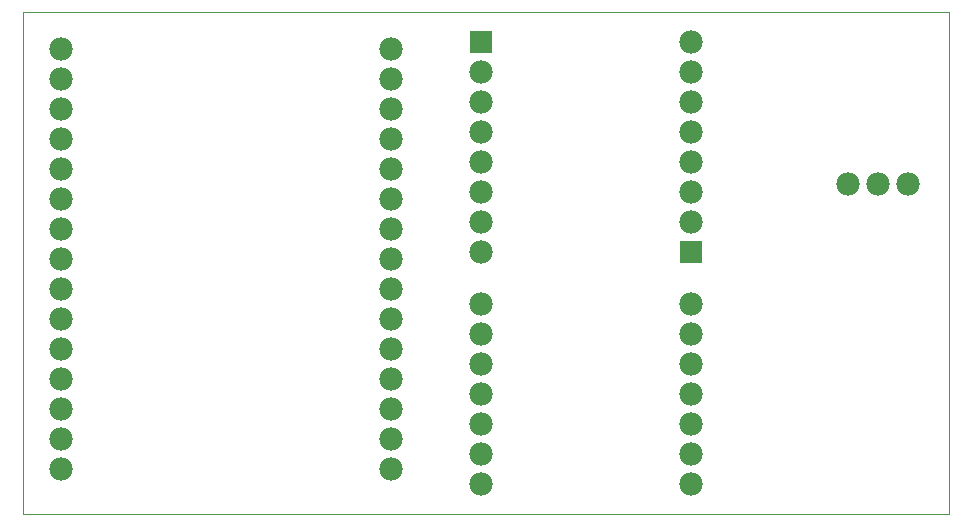
<source format=gbs>
G75*
%MOIN*%
%OFA0B0*%
%FSLAX25Y25*%
%IPPOS*%
%LPD*%
%AMOC8*
5,1,8,0,0,1.08239X$1,22.5*
%
%ADD10C,0.00000*%
%ADD11C,0.07800*%
%ADD12R,0.07800X0.07800*%
D10*
X0001000Y0001800D02*
X0001000Y0169261D01*
X0309701Y0169261D01*
X0309701Y0001800D01*
X0001000Y0001800D01*
D11*
X0013500Y0016800D03*
X0013500Y0026800D03*
X0013500Y0036800D03*
X0013500Y0046800D03*
X0013500Y0056800D03*
X0013500Y0066800D03*
X0013500Y0076800D03*
X0013500Y0086800D03*
X0013500Y0096800D03*
X0013500Y0106800D03*
X0013500Y0116800D03*
X0013500Y0126800D03*
X0013500Y0136800D03*
X0013500Y0146800D03*
X0013500Y0156800D03*
X0123500Y0156800D03*
X0123500Y0146800D03*
X0123500Y0136800D03*
X0123500Y0126800D03*
X0123500Y0116800D03*
X0123500Y0106800D03*
X0123500Y0096800D03*
X0123500Y0086800D03*
X0123500Y0076800D03*
X0123500Y0066800D03*
X0123500Y0056800D03*
X0123500Y0046800D03*
X0123500Y0036800D03*
X0123500Y0026800D03*
X0123500Y0016800D03*
X0153500Y0011800D03*
X0153500Y0021800D03*
X0153500Y0031800D03*
X0153500Y0041800D03*
X0153500Y0051800D03*
X0153500Y0061800D03*
X0153500Y0071800D03*
X0153500Y0089300D03*
X0153500Y0099300D03*
X0153500Y0109300D03*
X0153500Y0119300D03*
X0153500Y0129300D03*
X0153500Y0139300D03*
X0153500Y0149300D03*
X0223500Y0149300D03*
X0223500Y0139300D03*
X0223500Y0129300D03*
X0223500Y0119300D03*
X0223500Y0109300D03*
X0223500Y0099300D03*
X0223500Y0071800D03*
X0223500Y0061800D03*
X0223500Y0051800D03*
X0223500Y0041800D03*
X0223500Y0031800D03*
X0223500Y0021800D03*
X0223500Y0011800D03*
X0276000Y0111800D03*
X0286000Y0111800D03*
X0296000Y0111800D03*
X0223500Y0159300D03*
D12*
X0153500Y0159300D03*
X0223500Y0089300D03*
M02*

</source>
